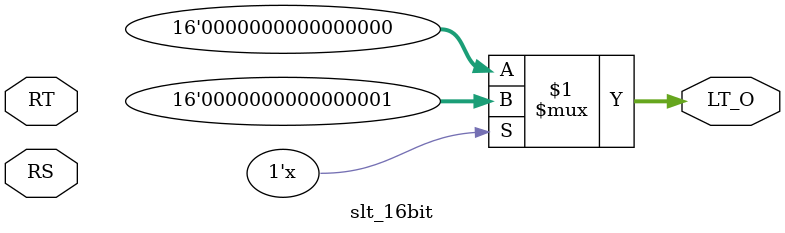
<source format=v>
`timescale 1ns / 1ps


module slt_16bit(
    input [15:0] RS,
    input [15:0] RT,
    output [15:0] LT_O
    );
    
wire [15:0] LT_I;

slt_1bit slt0 (
    .RS(RS[0]),
    .RT(RT[0]),
    .lti(1'b0),
    .lto(LT_I[0])
    );
    
slt_1bit slt1 (
    .RS(RS[1]),
    .RT(RT[1]),
    .lti(LT_I[0]),
    .lto(LT_I[1])
);

slt_1bit slt2 (
    .RS(RS[2]),
    .RT(RT[2]),
    .lti(LT_I[1]),
    .lto(LT_I[2])
    );
    
slt_1bit slt3 (
    .RS(RS[3]),
    .RT(RT[3]),
    .lti(LT_I[2]),
    .lto(LT_I[3])
);        

slt_1bit slt4 (
    .RS(RS[4]),
    .RT(RT[4]),
    .lti(LT_I[3]),
    .lto(LT_I[4])
    );
    
slt_1bit slt5 (
    .RS(RS[5]),
    .RT(RT[5]),
    .lti(LT_I[4]),
    .lto(LT_I[5])
);

slt_1bit slt6 (
    .RS(RS[6]),
    .RT(RT[6]),
    .lti(LT_I[5]),
    .lto(LT_I[6])
    );
    
slt_1bit slt7 (
    .RS(RS[7]),
    .RT(RT[7]),
    .lti(LT_I[6]),
    .lto(LT_I[7])
);

slt_1bit slt8 (
    .RS(RS[8]),
    .RT(RT[8]),
    .lti(LT_I[7]),
    .lto(LT_I[8])
    );
    
slt_1bit slt9 (
    .RS(RS[9]),
    .RT(RT[9]),
    .lti(LT_I[8]),
    .lto(LT_I[9])
);

slt_1bit slt10 (
    .RS(RS[10]),
    .RT(RT[10]),
    .lti(LT_I[9]),
    .lto(LT_I[10])
    );
    
slt_1bit slt11 (
    .RS(RS[11]),
    .RT(RT[11]),
    .lti(LT_I[10]),
    .lto(LT_I[11])
);        

slt_1bit slt12 (
    .RS(RS[12]),
    .RT(RT[12]),
    .lti(LT_I[11]),
    .lto(LT_I[12])
    );
    
slt_1bit slt13 (
    .RS(RS[13]),
    .RT(RT[13]),
    .lti(LT_I[12]),
    .lto(LT_I[13])
);

slt_1bit slt14 (
    .RS(RS[14]),
    .RT(RT[14]),
    .lti(LT_I[13]),
    .lto(LT_I[14])
    );
    
slt_1bit slt15 (
    .RS(RS[15]),
    .RT(RT[15]),
    .lti(LT_I[14]),
    .lto(LT_I[15])
);

assign LT_O = (lt_i[15])? 16'h0001: 16'h0000;
       
endmodule

</source>
